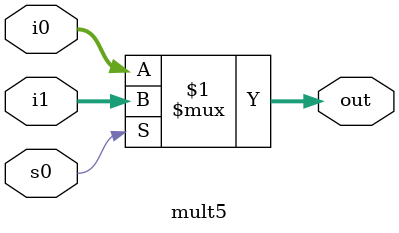
<source format=v>
module mult5(out, i0,i1,s0);
output [4:0] out;
input [4:0]i0,i1;
input s0;
assign out = s0 ? i1:i0;
endmodule

</source>
